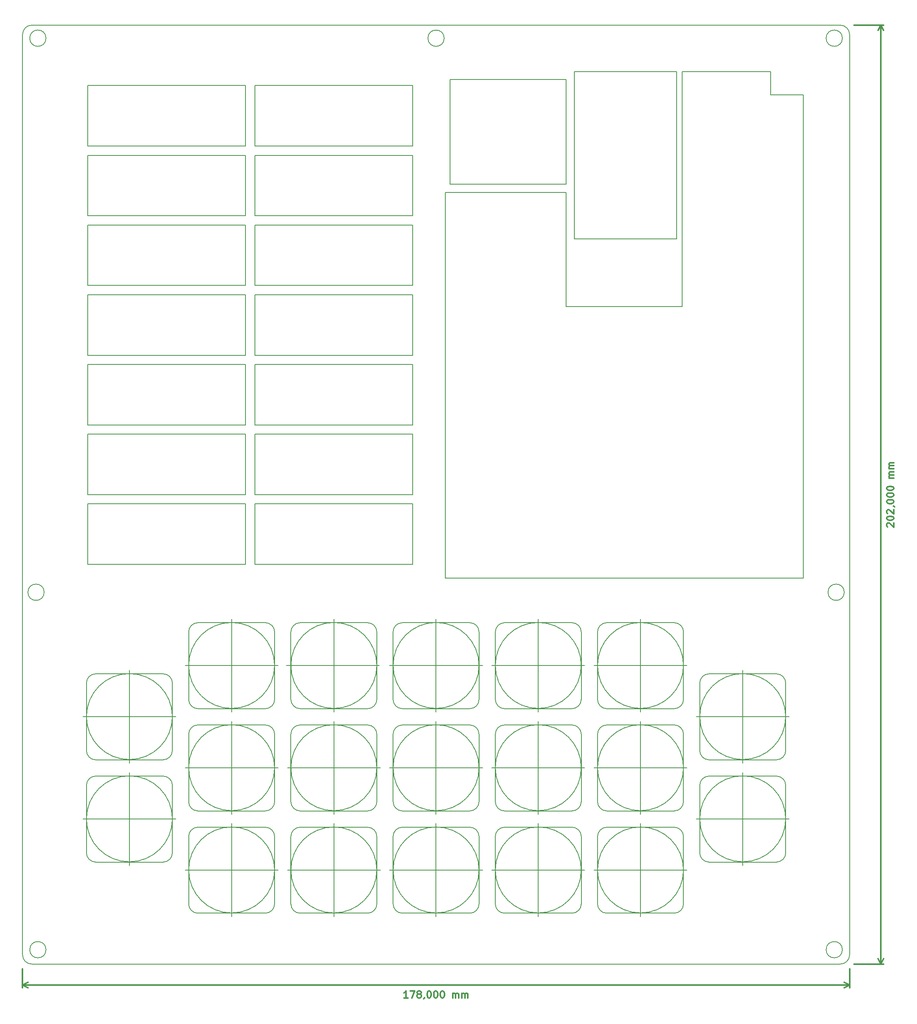
<source format=gbr>
%TF.GenerationSoftware,KiCad,Pcbnew,5.0.2-bee76a0~70~ubuntu18.10.1*%
%TF.CreationDate,2019-03-28T23:17:04+01:00*%
%TF.ProjectId,DesignData,44657369-676e-4446-9174-612e6b696361,rev?*%
%TF.SameCoordinates,PX73a20d0PYd2b6df0*%
%TF.FileFunction,Drawing*%
%FSLAX46Y46*%
G04 Gerber Fmt 4.6, Leading zero omitted, Abs format (unit mm)*
G04 Created by KiCad (PCBNEW 5.0.2-bee76a0~70~ubuntu18.10.1) date Do 28 Mär 2019 23:17:04 CET*
%MOMM*%
%LPD*%
G01*
G04 APERTURE LIST*
%ADD10C,0.300000*%
%ADD11C,0.200000*%
%ADD12C,0.150000*%
G04 APERTURE END LIST*
D10*
X186121428Y94071429D02*
X186050000Y94142858D01*
X185978571Y94285715D01*
X185978571Y94642858D01*
X186050000Y94785715D01*
X186121428Y94857143D01*
X186264285Y94928572D01*
X186407142Y94928572D01*
X186621428Y94857143D01*
X187478571Y94000000D01*
X187478571Y94928572D01*
X185978571Y95857143D02*
X185978571Y96000000D01*
X186050000Y96142858D01*
X186121428Y96214286D01*
X186264285Y96285715D01*
X186550000Y96357143D01*
X186907142Y96357143D01*
X187192857Y96285715D01*
X187335714Y96214286D01*
X187407142Y96142858D01*
X187478571Y96000000D01*
X187478571Y95857143D01*
X187407142Y95714286D01*
X187335714Y95642858D01*
X187192857Y95571429D01*
X186907142Y95500000D01*
X186550000Y95500000D01*
X186264285Y95571429D01*
X186121428Y95642858D01*
X186050000Y95714286D01*
X185978571Y95857143D01*
X186121428Y96928572D02*
X186050000Y97000000D01*
X185978571Y97142858D01*
X185978571Y97500000D01*
X186050000Y97642858D01*
X186121428Y97714286D01*
X186264285Y97785715D01*
X186407142Y97785715D01*
X186621428Y97714286D01*
X187478571Y96857143D01*
X187478571Y97785715D01*
X187407142Y98500000D02*
X187478571Y98500000D01*
X187621428Y98428572D01*
X187692857Y98357143D01*
X185978571Y99428572D02*
X185978571Y99571429D01*
X186050000Y99714286D01*
X186121428Y99785715D01*
X186264285Y99857143D01*
X186550000Y99928572D01*
X186907142Y99928572D01*
X187192857Y99857143D01*
X187335714Y99785715D01*
X187407142Y99714286D01*
X187478571Y99571429D01*
X187478571Y99428572D01*
X187407142Y99285715D01*
X187335714Y99214286D01*
X187192857Y99142858D01*
X186907142Y99071429D01*
X186550000Y99071429D01*
X186264285Y99142858D01*
X186121428Y99214286D01*
X186050000Y99285715D01*
X185978571Y99428572D01*
X185978571Y100857143D02*
X185978571Y101000000D01*
X186050000Y101142858D01*
X186121428Y101214286D01*
X186264285Y101285715D01*
X186550000Y101357143D01*
X186907142Y101357143D01*
X187192857Y101285715D01*
X187335714Y101214286D01*
X187407142Y101142858D01*
X187478571Y101000000D01*
X187478571Y100857143D01*
X187407142Y100714286D01*
X187335714Y100642858D01*
X187192857Y100571429D01*
X186907142Y100500000D01*
X186550000Y100500000D01*
X186264285Y100571429D01*
X186121428Y100642858D01*
X186050000Y100714286D01*
X185978571Y100857143D01*
X185978571Y102285715D02*
X185978571Y102428572D01*
X186050000Y102571429D01*
X186121428Y102642858D01*
X186264285Y102714286D01*
X186550000Y102785715D01*
X186907142Y102785715D01*
X187192857Y102714286D01*
X187335714Y102642858D01*
X187407142Y102571429D01*
X187478571Y102428572D01*
X187478571Y102285715D01*
X187407142Y102142858D01*
X187335714Y102071429D01*
X187192857Y102000000D01*
X186907142Y101928572D01*
X186550000Y101928572D01*
X186264285Y102000000D01*
X186121428Y102071429D01*
X186050000Y102142858D01*
X185978571Y102285715D01*
X187478571Y104571429D02*
X186478571Y104571429D01*
X186621428Y104571429D02*
X186550000Y104642858D01*
X186478571Y104785715D01*
X186478571Y105000000D01*
X186550000Y105142858D01*
X186692857Y105214286D01*
X187478571Y105214286D01*
X186692857Y105214286D02*
X186550000Y105285715D01*
X186478571Y105428572D01*
X186478571Y105642858D01*
X186550000Y105785715D01*
X186692857Y105857143D01*
X187478571Y105857143D01*
X187478571Y106571429D02*
X186478571Y106571429D01*
X186621428Y106571429D02*
X186550000Y106642858D01*
X186478571Y106785715D01*
X186478571Y107000000D01*
X186550000Y107142858D01*
X186692857Y107214286D01*
X187478571Y107214286D01*
X186692857Y107214286D02*
X186550000Y107285715D01*
X186478571Y107428572D01*
X186478571Y107642858D01*
X186550000Y107785715D01*
X186692857Y107857143D01*
X187478571Y107857143D01*
X184700000Y0D02*
X184700000Y202000000D01*
X179000000Y0D02*
X185286421Y0D01*
X179000000Y202000000D02*
X185286421Y202000000D01*
X184700000Y202000000D02*
X185286421Y200873496D01*
X184700000Y202000000D02*
X184113579Y200873496D01*
X184700000Y0D02*
X185286421Y1126504D01*
X184700000Y0D02*
X184113579Y1126504D01*
X82928571Y-7278570D02*
X82071428Y-7278570D01*
X82500000Y-7278570D02*
X82500000Y-5778570D01*
X82357142Y-5992856D01*
X82214285Y-6135713D01*
X82071428Y-6207141D01*
X83428571Y-5778570D02*
X84428571Y-5778570D01*
X83785714Y-7278570D01*
X85214285Y-6421427D02*
X85071428Y-6349999D01*
X85000000Y-6278570D01*
X84928571Y-6135713D01*
X84928571Y-6064284D01*
X85000000Y-5921427D01*
X85071428Y-5849999D01*
X85214285Y-5778570D01*
X85500000Y-5778570D01*
X85642857Y-5849999D01*
X85714285Y-5921427D01*
X85785714Y-6064284D01*
X85785714Y-6135713D01*
X85714285Y-6278570D01*
X85642857Y-6349999D01*
X85500000Y-6421427D01*
X85214285Y-6421427D01*
X85071428Y-6492856D01*
X85000000Y-6564284D01*
X84928571Y-6707141D01*
X84928571Y-6992856D01*
X85000000Y-7135713D01*
X85071428Y-7207141D01*
X85214285Y-7278570D01*
X85500000Y-7278570D01*
X85642857Y-7207141D01*
X85714285Y-7135713D01*
X85785714Y-6992856D01*
X85785714Y-6707141D01*
X85714285Y-6564284D01*
X85642857Y-6492856D01*
X85500000Y-6421427D01*
X86500000Y-7207141D02*
X86500000Y-7278570D01*
X86428571Y-7421427D01*
X86357142Y-7492856D01*
X87428571Y-5778570D02*
X87571428Y-5778570D01*
X87714285Y-5849999D01*
X87785714Y-5921427D01*
X87857142Y-6064284D01*
X87928571Y-6349999D01*
X87928571Y-6707141D01*
X87857142Y-6992856D01*
X87785714Y-7135713D01*
X87714285Y-7207141D01*
X87571428Y-7278570D01*
X87428571Y-7278570D01*
X87285714Y-7207141D01*
X87214285Y-7135713D01*
X87142857Y-6992856D01*
X87071428Y-6707141D01*
X87071428Y-6349999D01*
X87142857Y-6064284D01*
X87214285Y-5921427D01*
X87285714Y-5849999D01*
X87428571Y-5778570D01*
X88857142Y-5778570D02*
X89000000Y-5778570D01*
X89142857Y-5849999D01*
X89214285Y-5921427D01*
X89285714Y-6064284D01*
X89357142Y-6349999D01*
X89357142Y-6707141D01*
X89285714Y-6992856D01*
X89214285Y-7135713D01*
X89142857Y-7207141D01*
X89000000Y-7278570D01*
X88857142Y-7278570D01*
X88714285Y-7207141D01*
X88642857Y-7135713D01*
X88571428Y-6992856D01*
X88500000Y-6707141D01*
X88500000Y-6349999D01*
X88571428Y-6064284D01*
X88642857Y-5921427D01*
X88714285Y-5849999D01*
X88857142Y-5778570D01*
X90285714Y-5778570D02*
X90428571Y-5778570D01*
X90571428Y-5849999D01*
X90642857Y-5921427D01*
X90714285Y-6064284D01*
X90785714Y-6349999D01*
X90785714Y-6707141D01*
X90714285Y-6992856D01*
X90642857Y-7135713D01*
X90571428Y-7207141D01*
X90428571Y-7278570D01*
X90285714Y-7278570D01*
X90142857Y-7207141D01*
X90071428Y-7135713D01*
X90000000Y-6992856D01*
X89928571Y-6707141D01*
X89928571Y-6349999D01*
X90000000Y-6064284D01*
X90071428Y-5921427D01*
X90142857Y-5849999D01*
X90285714Y-5778570D01*
X92571428Y-7278570D02*
X92571428Y-6278570D01*
X92571428Y-6421427D02*
X92642857Y-6349999D01*
X92785714Y-6278570D01*
X93000000Y-6278570D01*
X93142857Y-6349999D01*
X93214285Y-6492856D01*
X93214285Y-7278570D01*
X93214285Y-6492856D02*
X93285714Y-6349999D01*
X93428571Y-6278570D01*
X93642857Y-6278570D01*
X93785714Y-6349999D01*
X93857142Y-6492856D01*
X93857142Y-7278570D01*
X94571428Y-7278570D02*
X94571428Y-6278570D01*
X94571428Y-6421427D02*
X94642857Y-6349999D01*
X94785714Y-6278570D01*
X95000000Y-6278570D01*
X95142857Y-6349999D01*
X95214285Y-6492856D01*
X95214285Y-7278570D01*
X95214285Y-6492856D02*
X95285714Y-6349999D01*
X95428571Y-6278570D01*
X95642857Y-6278570D01*
X95785714Y-6349999D01*
X95857142Y-6492856D01*
X95857142Y-7278570D01*
X0Y-4499999D02*
X178000000Y-4499999D01*
X0Y-1000000D02*
X0Y-5086420D01*
X178000000Y-1000000D02*
X178000000Y-5086420D01*
X178000000Y-4499999D02*
X176873496Y-5086420D01*
X178000000Y-4499999D02*
X176873496Y-3913578D01*
X0Y-4499999D02*
X1126504Y-5086420D01*
X0Y-4499999D02*
X1126504Y-3913578D01*
D11*
X142250000Y64250000D02*
G75*
G03X142250000Y64250000I-9250000J0D01*
G01*
X123000000Y64250000D02*
X143000000Y64250000D01*
X133000000Y74250000D02*
X133000000Y54250000D01*
X101000000Y64250000D02*
X121000000Y64250000D01*
X111000000Y74250000D02*
X111000000Y54250000D01*
X120250000Y64250000D02*
G75*
G03X120250000Y64250000I-9250000J0D01*
G01*
X98250000Y64250000D02*
G75*
G03X98250000Y64250000I-9250000J0D01*
G01*
X79000000Y64250000D02*
X99000000Y64250000D01*
X89000000Y74250000D02*
X89000000Y54250000D01*
X76250000Y64250000D02*
G75*
G03X76250000Y64250000I-9250000J0D01*
G01*
X67000000Y74250000D02*
X67000000Y54250000D01*
X56750000Y64250000D02*
X76750000Y64250000D01*
X54250000Y64250000D02*
G75*
G03X54250000Y64250000I-9250000J0D01*
G01*
X35000000Y64250000D02*
X55000000Y64250000D01*
X45000000Y74250000D02*
X45000000Y54250000D01*
X32250000Y53250000D02*
G75*
G03X32250000Y53250000I-9250000J0D01*
G01*
X23000000Y63250000D02*
X23000000Y43250000D01*
X13000000Y53250000D02*
X33000000Y53250000D01*
X79000000Y42250000D02*
X99000000Y42250000D01*
X98250000Y42250000D02*
G75*
G03X98250000Y42250000I-9250000J0D01*
G01*
X89000000Y52250000D02*
X89000000Y32250000D01*
X111000000Y52250000D02*
X111000000Y32250000D01*
X120250000Y42250000D02*
G75*
G03X120250000Y42250000I-9250000J0D01*
G01*
X101000000Y42250000D02*
X121000000Y42250000D01*
X133000000Y52250000D02*
X133000000Y32250000D01*
X142250000Y42250000D02*
G75*
G03X142250000Y42250000I-9250000J0D01*
G01*
X123000000Y42250000D02*
X143000000Y42250000D01*
X155000000Y63250000D02*
X155000000Y43250000D01*
X164250000Y53250000D02*
G75*
G03X164250000Y53250000I-9250000J0D01*
G01*
X145000000Y53250000D02*
X165000000Y53250000D01*
X164250000Y31250000D02*
G75*
G03X164250000Y31250000I-9250000J0D01*
G01*
X155000000Y41250000D02*
X155000000Y21250000D01*
X145000000Y31250000D02*
X165000000Y31250000D01*
X133000000Y30250000D02*
X133000000Y10250000D01*
X142250000Y20250000D02*
G75*
G03X142250000Y20250000I-9250000J0D01*
G01*
X123000000Y20250000D02*
X143000000Y20250000D01*
X101000000Y20250000D02*
X121000000Y20250000D01*
X120250000Y20250000D02*
G75*
G03X120250000Y20250000I-9250000J0D01*
G01*
X111000000Y30250000D02*
X111000000Y10250000D01*
X79000000Y20250000D02*
X99000000Y20250000D01*
X89000000Y30250000D02*
X89000000Y10250000D01*
X98250000Y20250000D02*
G75*
G03X98250000Y20250000I-9250000J0D01*
G01*
X76250000Y20250000D02*
G75*
G03X76250000Y20250000I-9250000J0D01*
G01*
X57000000Y20250000D02*
X77000000Y20250000D01*
X67000000Y30250000D02*
X67000000Y10250000D01*
X54250000Y20250000D02*
G75*
G03X54250000Y20250000I-9250000J0D01*
G01*
X45000000Y30250000D02*
X45000000Y10250000D01*
X35000000Y20250000D02*
X55000000Y20250000D01*
X76250000Y42250000D02*
G75*
G03X76250000Y42250000I-9250000J0D01*
G01*
X67000000Y52250000D02*
X67000000Y32250000D01*
X57000000Y42250000D02*
X77000000Y42250000D01*
X54250000Y42250000D02*
G75*
G03X54250000Y42250000I-9250000J0D01*
G01*
X45000000Y52250000D02*
X45000000Y32250000D01*
X35000000Y42250000D02*
X55000000Y42250000D01*
X23000000Y41250000D02*
X23000000Y21250000D01*
X13000000Y31250000D02*
X33000000Y31250000D01*
X32250000Y31250000D02*
G75*
G03X32250000Y31250000I-9250000J0D01*
G01*
X74250000Y73450000D02*
G75*
G02X76250000Y71450000I0J-2000000D01*
G01*
X76250000Y71450000D02*
X76250000Y56950000D01*
X101750000Y49450000D02*
G75*
G02X103750000Y51450000I2000000J0D01*
G01*
X81750000Y54950000D02*
X96250000Y54950000D01*
X81750000Y51450000D02*
X96250000Y51450000D01*
X96250000Y73450000D02*
G75*
G02X98250000Y71450000I0J-2000000D01*
G01*
X81750000Y54950000D02*
G75*
G02X79750000Y56950000I0J2000000D01*
G01*
X98250000Y56950000D02*
G75*
G02X96250000Y54950000I-2000000J0D01*
G01*
X79750000Y71450000D02*
G75*
G02X81750000Y73450000I2000000J0D01*
G01*
X103750000Y54950000D02*
G75*
G02X101750000Y56950000I0J2000000D01*
G01*
X101750000Y71450000D02*
X101750000Y56950000D01*
X74250000Y51450000D02*
G75*
G02X76250000Y49450000I0J-2000000D01*
G01*
X79750000Y71450000D02*
X79750000Y56950000D01*
X96250000Y51450000D02*
G75*
G02X98250000Y49450000I0J-2000000D01*
G01*
X79750000Y49450000D02*
G75*
G02X81750000Y51450000I2000000J0D01*
G01*
X81750000Y73450000D02*
X96250000Y73450000D01*
X98250000Y71450000D02*
X98250000Y56950000D01*
X76250000Y56950000D02*
G75*
G02X74250000Y54950000I-2000000J0D01*
G01*
X101750000Y71450000D02*
G75*
G02X103750000Y73450000I2000000J0D01*
G01*
D12*
X178000000Y2000000D02*
G75*
G02X176000000Y0I-2000000J0D01*
G01*
X176000000Y202000000D02*
G75*
G02X178000000Y200000000I0J-2000000D01*
G01*
X0Y200000000D02*
G75*
G02X2000000Y202000000I2000000J0D01*
G01*
X2000000Y0D02*
G75*
G02X0Y2000000I0J2000000D01*
G01*
X0Y200000000D02*
X0Y2000000D01*
X176000000Y202000000D02*
X2000000Y202000000D01*
X178000000Y2000000D02*
X178000000Y200000000D01*
X2000000Y0D02*
X176000000Y0D01*
D11*
X0Y2000000D02*
X0Y200000000D01*
X0Y200000000D02*
G75*
G02X2000000Y202000000I2000000J0D01*
G01*
X118800000Y192000000D02*
X140800000Y192000000D01*
X76250000Y12950000D02*
G75*
G02X74250000Y10950000I-2000000J0D01*
G01*
X48000000Y116000000D02*
X14000000Y116000000D01*
X14000000Y86000000D02*
X14000000Y99000000D01*
X118250000Y51450000D02*
G75*
G02X120250000Y49450000I0J-2000000D01*
G01*
X164250000Y45950000D02*
G75*
G02X162250000Y43950000I-2000000J0D01*
G01*
X59750000Y29450000D02*
X74250000Y29450000D01*
X125750000Y54950000D02*
X140250000Y54950000D01*
X142250000Y34950000D02*
G75*
G02X140250000Y32950000I-2000000J0D01*
G01*
X164250000Y38450000D02*
X164250000Y23950000D01*
X14000000Y161000000D02*
X14000000Y174000000D01*
X48000000Y129000000D02*
X48000000Y116000000D01*
X176000000Y0D02*
X2000000Y0D01*
X140250000Y29450000D02*
G75*
G02X142250000Y27450000I0J-2000000D01*
G01*
X164250000Y23950000D02*
G75*
G02X162250000Y21950000I-2000000J0D01*
G01*
X50000000Y146000000D02*
X50000000Y159000000D01*
X176450000Y199200000D02*
G75*
G03X176450000Y199200000I-1750000J0D01*
G01*
X147750000Y43950000D02*
X162250000Y43950000D01*
X15750000Y43950000D02*
G75*
G02X13750000Y45950000I0J2000000D01*
G01*
X35750000Y71450000D02*
X35750000Y56950000D01*
X5050000Y199200000D02*
G75*
G03X5050000Y199200000I-1750000J0D01*
G01*
X98250000Y27450000D02*
X98250000Y12950000D01*
X98250000Y49450000D02*
X98250000Y34950000D01*
X120250000Y27450000D02*
X120250000Y12950000D01*
X5050000Y3100000D02*
G75*
G03X5050000Y3100000I-1750000J0D01*
G01*
X50000000Y99000000D02*
X84000000Y99000000D01*
X59750000Y10950000D02*
X74250000Y10950000D01*
X35750000Y71450000D02*
G75*
G02X37750000Y73450000I2000000J0D01*
G01*
X142000000Y141500000D02*
X142000000Y192000000D01*
X48000000Y131000000D02*
X14000000Y131000000D01*
X37750000Y32950000D02*
G75*
G02X35750000Y34950000I0J2000000D01*
G01*
X14000000Y99000000D02*
X48000000Y99000000D01*
X145750000Y60450000D02*
G75*
G02X147750000Y62450000I2000000J0D01*
G01*
X84000000Y86000000D02*
X50000000Y86000000D01*
X13750000Y60450000D02*
G75*
G02X15750000Y62450000I2000000J0D01*
G01*
X91000000Y83000000D02*
X91000000Y166000000D01*
X15750000Y21950000D02*
X30250000Y21950000D01*
X48000000Y99000000D02*
X48000000Y86000000D01*
X84000000Y159000000D02*
X84000000Y146000000D01*
X50000000Y116000000D02*
X50000000Y129000000D01*
X91000000Y166000000D02*
X117000000Y166000000D01*
X162250000Y62450000D02*
G75*
G02X164250000Y60450000I0J-2000000D01*
G01*
X176000000Y202000000D02*
G75*
G02X178000000Y200000000I0J-2000000D01*
G01*
X14000000Y116000000D02*
X14000000Y129000000D01*
X50000000Y129000000D02*
X84000000Y129000000D01*
X50000000Y144000000D02*
X84000000Y144000000D01*
X50000000Y159000000D02*
X84000000Y159000000D01*
X14000000Y174000000D02*
X48000000Y174000000D01*
X84000000Y174000000D02*
X84000000Y161000000D01*
X14000000Y176000000D02*
X14000000Y189000000D01*
X48000000Y176000000D02*
X14000000Y176000000D01*
X140800000Y192000000D02*
X140800000Y156000000D01*
X161000000Y192000000D02*
X161000000Y187000000D01*
X2000000Y202000000D02*
X176000000Y202000000D01*
X147750000Y21950000D02*
X162250000Y21950000D01*
X57750000Y71450000D02*
X57750000Y56950000D01*
X35750000Y49450000D02*
X35750000Y34950000D01*
X48000000Y174000000D02*
X48000000Y161000000D01*
X37750000Y54950000D02*
G75*
G02X35750000Y56950000I0J2000000D01*
G01*
X147750000Y40450000D02*
X162250000Y40450000D01*
X161000000Y187000000D02*
X168000000Y187000000D01*
X30250000Y40450000D02*
G75*
G02X32250000Y38450000I0J-2000000D01*
G01*
X142250000Y71450000D02*
X142250000Y56950000D01*
X15750000Y62450000D02*
X30250000Y62450000D01*
X48000000Y144000000D02*
X48000000Y131000000D01*
X50000000Y114000000D02*
X84000000Y114000000D01*
X103750000Y54950000D02*
X118250000Y54950000D01*
X54250000Y71450000D02*
X54250000Y56950000D01*
X54250000Y12950000D02*
G75*
G02X52250000Y10950000I-2000000J0D01*
G01*
X35750000Y49450000D02*
G75*
G02X37750000Y51450000I2000000J0D01*
G01*
X57750000Y49450000D02*
X57750000Y34950000D01*
X59750000Y32950000D02*
X74250000Y32950000D01*
X76250000Y49450000D02*
X76250000Y34950000D01*
X32250000Y23950000D02*
G75*
G02X30250000Y21950000I-2000000J0D01*
G01*
X32250000Y38450000D02*
X32250000Y23950000D01*
X123750000Y49450000D02*
X123750000Y34950000D01*
X125750000Y32950000D02*
X140250000Y32950000D01*
X140250000Y51450000D02*
G75*
G02X142250000Y49450000I0J-2000000D01*
G01*
X81750000Y10950000D02*
G75*
G02X79750000Y12950000I0J2000000D01*
G01*
X142250000Y12950000D02*
G75*
G02X140250000Y10950000I-2000000J0D01*
G01*
X125750000Y29450000D02*
X140250000Y29450000D01*
X57750000Y27450000D02*
X57750000Y12950000D01*
X103750000Y29450000D02*
X118250000Y29450000D01*
X118800000Y156000000D02*
X118800000Y192000000D01*
X35750000Y27450000D02*
X35750000Y12950000D01*
X123750000Y71450000D02*
X123750000Y56950000D01*
X84000000Y116000000D02*
X50000000Y116000000D01*
X98250000Y12950000D02*
G75*
G02X96250000Y10950000I-2000000J0D01*
G01*
X76250000Y34950000D02*
G75*
G02X74250000Y32950000I-2000000J0D01*
G01*
X147750000Y62450000D02*
X162250000Y62450000D01*
X101750000Y27450000D02*
G75*
G02X103750000Y29450000I2000000J0D01*
G01*
X79750000Y49450000D02*
X79750000Y34950000D01*
X101750000Y49450000D02*
X101750000Y34950000D01*
X103750000Y32950000D02*
G75*
G02X101750000Y34950000I0J2000000D01*
G01*
X103750000Y32950000D02*
X118250000Y32950000D01*
X117000000Y167800000D02*
X92000000Y167800000D01*
X92000000Y190300000D02*
X117000000Y190300000D01*
X14000000Y101000000D02*
X14000000Y114000000D01*
X84000000Y101000000D02*
X50000000Y101000000D01*
X84000000Y114000000D02*
X84000000Y101000000D01*
X37750000Y29450000D02*
X52250000Y29450000D01*
X84000000Y99000000D02*
X84000000Y86000000D01*
X76250000Y27450000D02*
X76250000Y12950000D01*
X145750000Y38450000D02*
G75*
G02X147750000Y40450000I2000000J0D01*
G01*
X79750000Y27450000D02*
G75*
G02X81750000Y29450000I2000000J0D01*
G01*
X52250000Y51450000D02*
G75*
G02X54250000Y49450000I0J-2000000D01*
G01*
X140250000Y73450000D02*
G75*
G02X142250000Y71450000I0J-2000000D01*
G01*
X50000000Y161000000D02*
X50000000Y174000000D01*
X59750000Y54950000D02*
X74250000Y54950000D01*
X92000000Y167800000D02*
X92000000Y190300000D01*
X48000000Y159000000D02*
X48000000Y146000000D01*
X176850000Y80000000D02*
G75*
G03X176850000Y80000000I-1750000J0D01*
G01*
X54250000Y34950000D02*
G75*
G02X52250000Y32950000I-2000000J0D01*
G01*
X50000000Y189000000D02*
X84000000Y189000000D01*
X13750000Y60450000D02*
X13750000Y45950000D01*
X48000000Y161000000D02*
X14000000Y161000000D01*
X120250000Y49450000D02*
X120250000Y34950000D01*
X125750000Y10950000D02*
G75*
G02X123750000Y12950000I0J2000000D01*
G01*
X52250000Y29450000D02*
G75*
G02X54250000Y27450000I0J-2000000D01*
G01*
X168000000Y187000000D02*
X168000000Y83000000D01*
X118250000Y29450000D02*
G75*
G02X120250000Y27450000I0J-2000000D01*
G01*
X14000000Y159000000D02*
X48000000Y159000000D01*
X4650000Y80000000D02*
G75*
G03X4650000Y80000000I-1750000J0D01*
G01*
X101750000Y27450000D02*
X101750000Y12950000D01*
X32250000Y60450000D02*
X32250000Y45950000D01*
X35750000Y27450000D02*
G75*
G02X37750000Y29450000I2000000J0D01*
G01*
X48000000Y101000000D02*
X14000000Y101000000D01*
X123750000Y27450000D02*
X123750000Y12950000D01*
X145750000Y38450000D02*
X145750000Y23950000D01*
X117000000Y141500000D02*
X142000000Y141500000D01*
X32250000Y45950000D02*
G75*
G02X30250000Y43950000I-2000000J0D01*
G01*
X178000000Y200000000D02*
X178000000Y2000000D01*
X15750000Y40450000D02*
X30250000Y40450000D01*
X13750000Y38450000D02*
X13750000Y23950000D01*
X162250000Y40450000D02*
G75*
G02X164250000Y38450000I0J-2000000D01*
G01*
X84000000Y144000000D02*
X84000000Y131000000D01*
X13750000Y38450000D02*
G75*
G02X15750000Y40450000I2000000J0D01*
G01*
X176450000Y3100000D02*
G75*
G03X176450000Y3100000I-1750000J0D01*
G01*
X142250000Y49450000D02*
X142250000Y34950000D01*
X103750000Y73450000D02*
X118250000Y73450000D01*
X79750000Y27450000D02*
X79750000Y12950000D01*
X37750000Y51450000D02*
X52250000Y51450000D01*
X57750000Y49450000D02*
G75*
G02X59750000Y51450000I2000000J0D01*
G01*
X14000000Y114000000D02*
X48000000Y114000000D01*
X84000000Y161000000D02*
X50000000Y161000000D01*
X96250000Y29450000D02*
G75*
G02X98250000Y27450000I0J-2000000D01*
G01*
X59750000Y73450000D02*
X74250000Y73450000D01*
X84000000Y176000000D02*
X50000000Y176000000D01*
X125750000Y51450000D02*
X140250000Y51450000D01*
X84000000Y129000000D02*
X84000000Y116000000D01*
X84000000Y146000000D02*
X50000000Y146000000D01*
X2000000Y0D02*
G75*
G02X0Y2000000I0J2000000D01*
G01*
X48000000Y86000000D02*
X14000000Y86000000D01*
X125750000Y73450000D02*
X140250000Y73450000D01*
X54250000Y49450000D02*
X54250000Y34950000D01*
X37750000Y73450000D02*
X52250000Y73450000D01*
X74250000Y29450000D02*
G75*
G02X76250000Y27450000I0J-2000000D01*
G01*
X120250000Y71450000D02*
X120250000Y56950000D01*
X30250000Y62450000D02*
G75*
G02X32250000Y60450000I0J-2000000D01*
G01*
X123750000Y71450000D02*
G75*
G02X125750000Y73450000I2000000J0D01*
G01*
X50000000Y131000000D02*
X50000000Y144000000D01*
X84000000Y189000000D02*
X84000000Y176000000D01*
X140800000Y156000000D02*
X118800000Y156000000D01*
X84000000Y131000000D02*
X50000000Y131000000D01*
X125750000Y32950000D02*
G75*
G02X123750000Y34950000I0J2000000D01*
G01*
X50000000Y86000000D02*
X50000000Y99000000D01*
X14000000Y189000000D02*
X48000000Y189000000D01*
X59750000Y54950000D02*
G75*
G02X57750000Y56950000I0J2000000D01*
G01*
X164250000Y60450000D02*
X164250000Y45950000D01*
X48000000Y146000000D02*
X14000000Y146000000D01*
X15750000Y21950000D02*
G75*
G02X13750000Y23950000I0J2000000D01*
G01*
X117000000Y166000000D02*
X117000000Y141500000D01*
X37750000Y32950000D02*
X52250000Y32950000D01*
X59750000Y32950000D02*
G75*
G02X57750000Y34950000I0J2000000D01*
G01*
X120250000Y12950000D02*
G75*
G02X118250000Y10950000I-2000000J0D01*
G01*
X81750000Y32950000D02*
G75*
G02X79750000Y34950000I0J2000000D01*
G01*
X57750000Y27450000D02*
G75*
G02X59750000Y29450000I2000000J0D01*
G01*
X15750000Y43950000D02*
X30250000Y43950000D01*
X103750000Y51450000D02*
X118250000Y51450000D01*
X54250000Y56950000D02*
G75*
G02X52250000Y54950000I-2000000J0D01*
G01*
X103750000Y10950000D02*
G75*
G02X101750000Y12950000I0J2000000D01*
G01*
X125750000Y54950000D02*
G75*
G02X123750000Y56950000I0J2000000D01*
G01*
X14000000Y144000000D02*
X48000000Y144000000D01*
X123750000Y27450000D02*
G75*
G02X125750000Y29450000I2000000J0D01*
G01*
X142250000Y56950000D02*
G75*
G02X140250000Y54950000I-2000000J0D01*
G01*
X37750000Y54950000D02*
X52250000Y54950000D01*
X37750000Y10950000D02*
G75*
G02X35750000Y12950000I0J2000000D01*
G01*
X147750000Y43950000D02*
G75*
G02X145750000Y45950000I0J2000000D01*
G01*
X145750000Y60450000D02*
X145750000Y45950000D01*
X98250000Y34950000D02*
G75*
G02X96250000Y32950000I-2000000J0D01*
G01*
X125750000Y10950000D02*
X140250000Y10950000D01*
X37750000Y10950000D02*
X52250000Y10950000D01*
X147750000Y21950000D02*
G75*
G02X145750000Y23950000I0J2000000D01*
G01*
X81750000Y32950000D02*
X96250000Y32950000D01*
X14000000Y146000000D02*
X14000000Y159000000D01*
X117000000Y190300000D02*
X117000000Y167800000D01*
X59750000Y51450000D02*
X74250000Y51450000D01*
X168000000Y83000000D02*
X91000000Y83000000D01*
X14000000Y131000000D02*
X14000000Y144000000D01*
X14000000Y129000000D02*
X48000000Y129000000D01*
X57750000Y71450000D02*
G75*
G02X59750000Y73450000I2000000J0D01*
G01*
X90750000Y199200000D02*
G75*
G03X90750000Y199200000I-1750000J0D01*
G01*
X178000000Y2000000D02*
G75*
G02X176000000Y0I-2000000J0D01*
G01*
X142000000Y192000000D02*
X161000000Y192000000D01*
X103750000Y10950000D02*
X118250000Y10950000D01*
X118250000Y73450000D02*
G75*
G02X120250000Y71450000I0J-2000000D01*
G01*
X123750000Y49450000D02*
G75*
G02X125750000Y51450000I2000000J0D01*
G01*
X120250000Y34950000D02*
G75*
G02X118250000Y32950000I-2000000J0D01*
G01*
X59750000Y10950000D02*
G75*
G02X57750000Y12950000I0J2000000D01*
G01*
X81750000Y29450000D02*
X96250000Y29450000D01*
X50000000Y174000000D02*
X84000000Y174000000D01*
X50000000Y101000000D02*
X50000000Y114000000D01*
X50000000Y176000000D02*
X50000000Y189000000D01*
X48000000Y114000000D02*
X48000000Y101000000D01*
X142250000Y27450000D02*
X142250000Y12950000D01*
X54250000Y27450000D02*
X54250000Y12950000D01*
X120250000Y56950000D02*
G75*
G02X118250000Y54950000I-2000000J0D01*
G01*
X48000000Y189000000D02*
X48000000Y176000000D01*
X52250000Y73450000D02*
G75*
G02X54250000Y71450000I0J-2000000D01*
G01*
X81750000Y10950000D02*
X96250000Y10950000D01*
M02*

</source>
